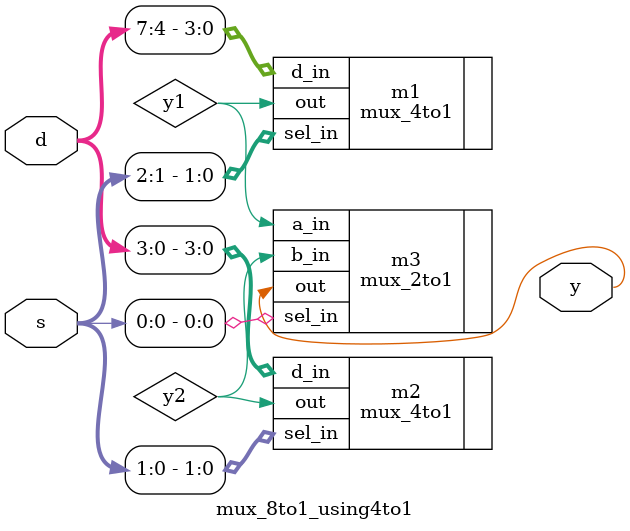
<source format=v>
`timescale 1ns / 1ps


module mux_8to1_using4to1(input [7:0] d,
                          input [2:0] s,
                          output y);

mux_4to1 m1 (.d_in(d[7:4]), .sel_in(s[2:1]), .out(y1));
mux_4to1 m2 (.d_in(d[3:0]), .sel_in(s[1:0]), .out(y2));
mux_2to1 m3 (.a_in(y1), .b_in(y2), .sel_in(s[0]), .out(y));

endmodule

</source>
